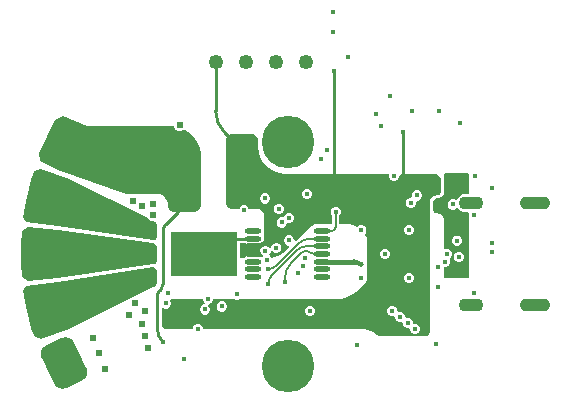
<source format=gbl>
G04*
G04 #@! TF.GenerationSoftware,Altium Limited,Altium Designer,21.5.1 (32)*
G04*
G04 Layer_Physical_Order=4*
G04 Layer_Color=16711680*
%FSLAX25Y25*%
%MOIN*%
G70*
G04*
G04 #@! TF.SameCoordinates,9F226A22-D70E-441E-867E-09538FDFB880*
G04*
G04*
G04 #@! TF.FilePolarity,Positive*
G04*
G01*
G75*
%ADD13C,0.00800*%
%ADD14C,0.01000*%
G04:AMPARAMS|DCode=21|XSize=21.26mil|YSize=22.84mil|CornerRadius=5.32mil|HoleSize=0mil|Usage=FLASHONLY|Rotation=270.000|XOffset=0mil|YOffset=0mil|HoleType=Round|Shape=RoundedRectangle|*
%AMROUNDEDRECTD21*
21,1,0.02126,0.01221,0,0,270.0*
21,1,0.01063,0.02284,0,0,270.0*
1,1,0.01063,-0.00610,-0.00532*
1,1,0.01063,-0.00610,0.00532*
1,1,0.01063,0.00610,0.00532*
1,1,0.01063,0.00610,-0.00532*
%
%ADD21ROUNDEDRECTD21*%
G04:AMPARAMS|DCode=40|XSize=157.48mil|YSize=118.11mil|CornerRadius=29.53mil|HoleSize=0mil|Usage=FLASHONLY|Rotation=244.000|XOffset=0mil|YOffset=0mil|HoleType=Round|Shape=RoundedRectangle|*
%AMROUNDEDRECTD40*
21,1,0.15748,0.05906,0,0,244.0*
21,1,0.09843,0.11811,0,0,244.0*
1,1,0.05906,-0.04811,-0.03129*
1,1,0.05906,-0.00497,0.05718*
1,1,0.05906,0.04811,0.03129*
1,1,0.05906,0.00497,-0.05718*
%
%ADD40ROUNDEDRECTD40*%
G04:AMPARAMS|DCode=41|XSize=157.48mil|YSize=118.11mil|CornerRadius=29.53mil|HoleSize=0mil|Usage=FLASHONLY|Rotation=257.000|XOffset=0mil|YOffset=0mil|HoleType=Round|Shape=RoundedRectangle|*
%AMROUNDEDRECTD41*
21,1,0.15748,0.05906,0,0,257.0*
21,1,0.09843,0.11811,0,0,257.0*
1,1,0.05906,-0.03984,-0.04131*
1,1,0.05906,-0.01770,0.05459*
1,1,0.05906,0.03984,0.04131*
1,1,0.05906,0.01770,-0.05459*
%
%ADD41ROUNDEDRECTD41*%
G04:AMPARAMS|DCode=42|XSize=157.48mil|YSize=118.11mil|CornerRadius=29.53mil|HoleSize=0mil|Usage=FLASHONLY|Rotation=270.000|XOffset=0mil|YOffset=0mil|HoleType=Round|Shape=RoundedRectangle|*
%AMROUNDEDRECTD42*
21,1,0.15748,0.05906,0,0,270.0*
21,1,0.09843,0.11811,0,0,270.0*
1,1,0.05906,-0.02953,-0.04921*
1,1,0.05906,-0.02953,0.04921*
1,1,0.05906,0.02953,0.04921*
1,1,0.05906,0.02953,-0.04921*
%
%ADD42ROUNDEDRECTD42*%
G04:AMPARAMS|DCode=43|XSize=157.48mil|YSize=118.11mil|CornerRadius=29.53mil|HoleSize=0mil|Usage=FLASHONLY|Rotation=283.000|XOffset=0mil|YOffset=0mil|HoleType=Round|Shape=RoundedRectangle|*
%AMROUNDEDRECTD43*
21,1,0.15748,0.05906,0,0,283.0*
21,1,0.09843,0.11811,0,0,283.0*
1,1,0.05906,-0.01770,-0.05459*
1,1,0.05906,-0.03984,0.04131*
1,1,0.05906,0.01770,0.05459*
1,1,0.05906,0.03984,-0.04131*
%
%ADD43ROUNDEDRECTD43*%
G04:AMPARAMS|DCode=44|XSize=157.48mil|YSize=118.11mil|CornerRadius=29.53mil|HoleSize=0mil|Usage=FLASHONLY|Rotation=296.000|XOffset=0mil|YOffset=0mil|HoleType=Round|Shape=RoundedRectangle|*
%AMROUNDEDRECTD44*
21,1,0.15748,0.05906,0,0,296.0*
21,1,0.09843,0.11811,0,0,296.0*
1,1,0.05906,-0.00497,-0.05718*
1,1,0.05906,-0.04811,0.03129*
1,1,0.05906,0.00497,0.05718*
1,1,0.05906,0.04811,-0.03129*
%
%ADD44ROUNDEDRECTD44*%
%ADD86R,0.22441X0.14567*%
G04:AMPARAMS|DCode=87|XSize=43.31mil|YSize=102.36mil|CornerRadius=21.65mil|HoleSize=0mil|Usage=FLASHONLY|Rotation=90.000|XOffset=0mil|YOffset=0mil|HoleType=Round|Shape=RoundedRectangle|*
%AMROUNDEDRECTD87*
21,1,0.04331,0.05906,0,0,90.0*
21,1,0.00000,0.10236,0,0,90.0*
1,1,0.04331,0.02953,0.00000*
1,1,0.04331,0.02953,0.00000*
1,1,0.04331,-0.02953,0.00000*
1,1,0.04331,-0.02953,0.00000*
%
%ADD87ROUNDEDRECTD87*%
G04:AMPARAMS|DCode=88|XSize=43.31mil|YSize=82.68mil|CornerRadius=21.65mil|HoleSize=0mil|Usage=FLASHONLY|Rotation=90.000|XOffset=0mil|YOffset=0mil|HoleType=Round|Shape=RoundedRectangle|*
%AMROUNDEDRECTD88*
21,1,0.04331,0.03937,0,0,90.0*
21,1,0.00000,0.08268,0,0,90.0*
1,1,0.04331,0.01968,0.00000*
1,1,0.04331,0.01968,0.00000*
1,1,0.04331,-0.01968,0.00000*
1,1,0.04331,-0.01968,0.00000*
%
%ADD88ROUNDEDRECTD88*%
%ADD89C,0.04921*%
%ADD90C,0.17500*%
%ADD91C,0.01772*%
%ADD92C,0.02400*%
%ADD93C,0.00787*%
%ADD94C,0.01200*%
%ADD95C,0.01600*%
%ADD96O,0.05512X0.01772*%
G36*
X-10867Y39696D02*
X-10305Y39133D01*
X-10026Y38461D01*
X-10000Y38000D01*
Y38000D01*
X-10000D01*
X-10000Y38000D01*
X-10000Y36500D01*
X-9952Y35520D01*
X-9569Y33597D01*
X-8819Y31786D01*
X-7730Y30156D01*
X-6344Y28770D01*
X-4714Y27681D01*
X-2903Y26930D01*
X-980Y26548D01*
X-0Y26500D01*
X33704Y26500D01*
X33814Y26335D01*
Y25665D01*
X34071Y25045D01*
X34545Y24571D01*
X35165Y24314D01*
X35835D01*
X36455Y24571D01*
X36929Y25045D01*
X37186Y25665D01*
Y26000D01*
X37618Y26500D01*
X49000Y26500D01*
X49398Y26500D01*
X50133Y26196D01*
X50696Y25633D01*
X50974Y24961D01*
X51000Y24500D01*
Y24500D01*
X51000D01*
X51000Y24500D01*
X51000Y21000D01*
X51000Y20702D01*
X50772Y20150D01*
X50350Y19728D01*
X49959Y19566D01*
X49500Y19500D01*
X49500Y19500D01*
Y19500D01*
X49500Y19500D01*
X49110Y19462D01*
X49041Y19433D01*
X48389Y19163D01*
X47837Y18611D01*
X47538Y17890D01*
X47500Y17500D01*
Y-25500D01*
Y-25898D01*
X47196Y-26633D01*
X46633Y-27196D01*
X45898Y-27500D01*
X34999D01*
X34500Y-27499D01*
X34000Y-27499D01*
X31414Y-27500D01*
X31078Y-27500D01*
X30418Y-27369D01*
X29797Y-27112D01*
X29366Y-26824D01*
X29000Y-26500D01*
X29000Y-26500D01*
X29000Y-26500D01*
X28627Y-26163D01*
X27793Y-25605D01*
X26865Y-25221D01*
X25881Y-25025D01*
X25379Y-25000D01*
X25379Y-25000D01*
X25379Y-25000D01*
X-28314Y-25000D01*
Y-24665D01*
X-28571Y-24045D01*
X-29045Y-23571D01*
X-29665Y-23314D01*
X-30335D01*
X-30955Y-23571D01*
X-31429Y-24045D01*
X-31686Y-24665D01*
Y-25000D01*
X-40500D01*
X-40799Y-25000D01*
X-41350Y-24772D01*
X-41772Y-24350D01*
X-42000Y-23798D01*
X-42000Y-23500D01*
Y-18091D01*
X-41500Y-17884D01*
X-41455Y-17929D01*
X-40835Y-18186D01*
X-40165D01*
X-39545Y-17929D01*
X-39071Y-17455D01*
X-38814Y-16835D01*
Y-16165D01*
X-39071Y-15545D01*
X-39116Y-15500D01*
X-38909Y-15000D01*
X-28186D01*
Y-15335D01*
X-27929Y-15955D01*
X-27570Y-16314D01*
X-27733Y-16814D01*
X-27835D01*
X-28455Y-17071D01*
X-28929Y-17545D01*
X-29186Y-18165D01*
Y-18835D01*
X-28929Y-19455D01*
X-28455Y-19929D01*
X-27835Y-20186D01*
X-27165D01*
X-26545Y-19929D01*
X-26071Y-19455D01*
X-25814Y-18835D01*
Y-18165D01*
X-26071Y-17545D01*
X-26430Y-17186D01*
X-26267Y-16686D01*
X-26165D01*
X-25545Y-16429D01*
X-25071Y-15955D01*
X-24814Y-15335D01*
Y-15000D01*
X-17784D01*
X-17335Y-15186D01*
X-16665D01*
X-16216Y-15000D01*
X16358D01*
X17338Y-14952D01*
X19261Y-14570D01*
X21072Y-13819D01*
X22702Y-12730D01*
X23429Y-12071D01*
X23429Y-12071D01*
X25500Y-10000D01*
X25725Y-9752D01*
X26097Y-9195D01*
X26353Y-8577D01*
X26484Y-7920D01*
X26500Y-7586D01*
X26500Y-7586D01*
X26500Y4000D01*
X26477Y4473D01*
X26292Y5402D01*
X25930Y6276D01*
X25656Y6686D01*
X25972Y7002D01*
X26229Y7622D01*
Y8292D01*
X25972Y8912D01*
X25498Y9386D01*
X24878Y9643D01*
X24208D01*
X23588Y9386D01*
X23275Y9073D01*
X22793Y9395D01*
X21865Y9780D01*
X20881Y9975D01*
X20379Y10000D01*
X20379Y10000D01*
X20379Y10000D01*
X17223Y10000D01*
Y12839D01*
X17429Y13045D01*
X17686Y13665D01*
Y14335D01*
X17429Y14955D01*
X16955Y15429D01*
X16335Y15686D01*
X15665D01*
X15045Y15429D01*
X14571Y14955D01*
X14314Y14335D01*
Y13665D01*
X14571Y13045D01*
X14776Y12839D01*
Y10000D01*
X9500Y10000D01*
X9263Y9988D01*
X8799Y9896D01*
X8362Y9715D01*
X7968Y9452D01*
X7793Y9293D01*
X7793Y9293D01*
X7793Y9293D01*
X7446Y8946D01*
X3686Y5186D01*
X3580Y5130D01*
X2686Y4395D01*
X2186Y4632D01*
Y4835D01*
X1929Y5455D01*
X1455Y5929D01*
X835Y6186D01*
X165D01*
X-455Y5929D01*
X-929Y5455D01*
X-1186Y4835D01*
Y4165D01*
X-929Y3545D01*
X-455Y3071D01*
X165Y2814D01*
X377D01*
X584Y2314D01*
X-1462Y269D01*
X-2405Y-362D01*
X-4225Y-1116D01*
X-5441Y-1358D01*
X-5571Y-1045D01*
X-6045Y-571D01*
X-6075Y-17D01*
X-5966Y92D01*
X-5709Y711D01*
Y920D01*
X-5209Y1020D01*
X-5190Y972D01*
X-4715Y498D01*
X-4096Y242D01*
X-3425D01*
X-2805Y498D01*
X-2331Y972D01*
X-2075Y1592D01*
Y2263D01*
X-2331Y2882D01*
X-2805Y3357D01*
X-3425Y3613D01*
X-4096D01*
X-4715Y3357D01*
X-5190Y2882D01*
X-5446Y2263D01*
Y2054D01*
X-5946Y1954D01*
X-5966Y2002D01*
X-6440Y2476D01*
X-7060Y2733D01*
X-7730D01*
X-8350Y2476D01*
X-8824Y2002D01*
X-9081Y1382D01*
Y711D01*
X-8824Y92D01*
X-8350Y-382D01*
X-8320Y-936D01*
X-8429Y-1045D01*
X-8805Y-1159D01*
X-9086Y-971D01*
X-9744Y-840D01*
X-13484D01*
X-14142Y-971D01*
X-14700Y-1344D01*
X-14804Y-1500D01*
X-15699D01*
X-15980Y-1384D01*
Y3793D01*
X-14535D01*
X-14142Y3530D01*
X-13484Y3399D01*
X-9744D01*
X-9086Y3530D01*
X-8529Y3903D01*
X-8156Y4460D01*
X-8151Y4487D01*
X-8019Y4805D01*
X-8000Y5000D01*
Y13000D01*
X-8038Y13390D01*
X-8337Y14111D01*
X-8889Y14663D01*
X-9610Y14962D01*
X-10000Y15000D01*
X-12882D01*
X-13071Y15455D01*
X-13545Y15929D01*
X-14165Y16186D01*
X-14835D01*
X-15455Y15929D01*
X-15929Y15455D01*
X-16118Y15000D01*
X-18898D01*
X-19633Y15304D01*
X-20196Y15867D01*
X-20500Y16602D01*
Y17000D01*
Y38000D01*
X-20500Y38398D01*
X-20196Y39133D01*
X-19633Y39696D01*
X-18898Y40000D01*
X-18500Y40000D01*
X-18500Y40000D01*
X-12000Y40000D01*
X-11602Y40000D01*
X-10867Y39696D01*
D02*
G37*
G36*
X59500Y27000D02*
X59500Y27000D01*
X59500D01*
X59956Y26894D01*
X60066Y26848D01*
X60348Y26566D01*
X60500Y26199D01*
X60500Y26000D01*
Y19999D01*
X59303D01*
X58529Y19897D01*
X57808Y19598D01*
X57188Y19123D01*
X56713Y18503D01*
X56530Y18061D01*
X55955Y17929D01*
X55335Y18186D01*
X54665D01*
X54045Y17929D01*
X53571Y17455D01*
X53314Y16835D01*
Y16165D01*
X53571Y15545D01*
X54045Y15071D01*
X54665Y14814D01*
X55335D01*
X55955Y15071D01*
X56238Y15353D01*
X56320Y15381D01*
X56819Y15343D01*
X56859Y15322D01*
X57188Y14893D01*
X57808Y14418D01*
X58529Y14119D01*
X59303Y14017D01*
X60080D01*
X60389Y13517D01*
X60314Y13335D01*
Y12665D01*
X60500Y12216D01*
X60500Y-7199D01*
X60348Y-7566D01*
X60066Y-7848D01*
X59699Y-8000D01*
X53000D01*
X52801Y-8000D01*
X52434Y-7848D01*
X52152Y-7566D01*
X52000Y-7199D01*
X52000Y-7000D01*
Y-4485D01*
X52121Y-4404D01*
X52792D01*
X53411Y-4147D01*
X53886Y-3673D01*
X54142Y-3053D01*
Y-2382D01*
X53969Y-1964D01*
X53955Y-1429D01*
X54429Y-955D01*
X54686Y-335D01*
Y335D01*
X54429Y955D01*
X53955Y1429D01*
X53335Y1686D01*
X52665D01*
X52500Y1618D01*
X52000Y1952D01*
X52000Y11500D01*
X52000D01*
X52000Y11500D01*
X52000Y11500D01*
X51962Y11890D01*
X51933Y11958D01*
X51663Y12611D01*
X51111Y13163D01*
X50464Y13431D01*
X50390Y13462D01*
X50000Y13500D01*
X49536Y13569D01*
X49150Y13728D01*
X48728Y14150D01*
X48500Y14702D01*
X48500Y16528D01*
X48500Y17000D01*
D01*
X48580Y17491D01*
X48728Y17850D01*
X49150Y18272D01*
X49702Y18500D01*
X50000D01*
Y18500D01*
X50390Y18538D01*
X51111Y18837D01*
X51663Y19389D01*
X51962Y20110D01*
X52000Y20500D01*
X52000Y26000D01*
X52000Y26000D01*
X52108Y26455D01*
X52153Y26566D01*
X52434Y26847D01*
X52801Y26999D01*
X53000Y27000D01*
X59500Y27000D01*
X59500Y27000D01*
D02*
G37*
G36*
X-67000Y42500D02*
X-39000Y42500D01*
X-38015Y42500D01*
X-37990Y42495D01*
X-37696Y41784D01*
X-37133Y41221D01*
X-36398Y40916D01*
X-35602D01*
X-34867Y41221D01*
X-34591Y41497D01*
X-34263Y41362D01*
X-32625Y40268D01*
X-31233Y38875D01*
X-30138Y37237D01*
X-29384Y35417D01*
X-29000Y33485D01*
X-29000Y32500D01*
X-29000D01*
X-29000Y32500D01*
X-29000Y16500D01*
Y16003D01*
X-29381Y15084D01*
X-30084Y14381D01*
X-31003Y14000D01*
X-31500D01*
Y14000D01*
X-37500D01*
X-37997Y14000D01*
X-38916Y14380D01*
X-39619Y15083D01*
X-40000Y16002D01*
X-40000Y16499D01*
X-40000Y16586D01*
X-40016Y16920D01*
X-40147Y17577D01*
X-40403Y18195D01*
X-40775Y18752D01*
X-41000Y19000D01*
X-41248Y19225D01*
X-41805Y19597D01*
X-42423Y19853D01*
X-42925Y19953D01*
X-42954Y19959D01*
X-42954Y19959D01*
X-43080Y19984D01*
X-43414Y20000D01*
X-43414Y20000D01*
X-43414Y20000D01*
X-43905Y20000D01*
X-54000D01*
X-76500Y28000D01*
X-82500Y31000D01*
X-83000Y33500D01*
X-77500Y44500D01*
X-75000Y46000D01*
X-67000Y42500D01*
D02*
G37*
G36*
X-72805Y25069D02*
X-46677Y11849D01*
X-46133Y11304D01*
X-45398Y11000D01*
X-44702D01*
X-44150Y10772D01*
X-43728Y10350D01*
X-43500Y9798D01*
Y9500D01*
Y6000D01*
Y5702D01*
X-43728Y5150D01*
X-44150Y4728D01*
X-44702Y4500D01*
X-45000D01*
X-76426Y9384D01*
X-87344Y10724D01*
X-88134Y12386D01*
X-84644Y27503D01*
X-82260Y28324D01*
X-72805Y25069D01*
D02*
G37*
G36*
X-76578Y8049D02*
X-45000Y3500D01*
X-44702D01*
X-44150Y3272D01*
X-43728Y2850D01*
X-43500Y2298D01*
Y2000D01*
Y-2000D01*
Y-2298D01*
X-43728Y-2850D01*
X-44150Y-3272D01*
X-44702Y-3500D01*
X-45000D01*
X-76578Y-8049D01*
X-86523Y-9094D01*
X-88661Y-7757D01*
Y7757D01*
X-86523Y9094D01*
X-76578Y8049D01*
D02*
G37*
G36*
X-44150Y-4728D02*
X-43728Y-5150D01*
X-43500Y-5702D01*
Y-6000D01*
Y-9500D01*
Y-9798D01*
X-43728Y-10350D01*
X-44150Y-10772D01*
X-44702Y-11000D01*
X-45000D01*
X-72805Y-25069D01*
X-82260Y-28324D01*
X-84644Y-27503D01*
X-88134Y-12386D01*
X-87344Y-10724D01*
X-76426Y-9384D01*
X-45000Y-4500D01*
X-44702D01*
X-44150Y-4728D01*
D02*
G37*
%LPC*%
G36*
X6835Y21686D02*
X6165D01*
X5545Y21429D01*
X5071Y20955D01*
X4814Y20335D01*
Y19665D01*
X5071Y19045D01*
X5545Y18571D01*
X6165Y18314D01*
X6835D01*
X7455Y18571D01*
X7929Y19045D01*
X8186Y19665D01*
Y20335D01*
X7929Y20955D01*
X7455Y21429D01*
X6835Y21686D01*
D02*
G37*
G36*
X-7165Y20186D02*
X-7835D01*
X-8455Y19929D01*
X-8929Y19455D01*
X-9186Y18835D01*
Y18165D01*
X-8929Y17545D01*
X-8455Y17071D01*
X-7835Y16814D01*
X-7165D01*
X-6545Y17071D01*
X-6071Y17545D01*
X-5814Y18165D01*
Y18835D01*
X-6071Y19455D01*
X-6545Y19929D01*
X-7165Y20186D01*
D02*
G37*
G36*
X43335Y21186D02*
X42665D01*
X42045Y20929D01*
X41571Y20455D01*
X41314Y19835D01*
Y19165D01*
X40971Y18686D01*
X40665D01*
X40045Y18429D01*
X39571Y17955D01*
X39314Y17335D01*
Y16665D01*
X39571Y16045D01*
X40045Y15571D01*
X40665Y15314D01*
X41335D01*
X41955Y15571D01*
X42429Y16045D01*
X42686Y16665D01*
Y17335D01*
X43029Y17814D01*
X43335D01*
X43955Y18071D01*
X44429Y18545D01*
X44686Y19165D01*
Y19835D01*
X44429Y20455D01*
X43955Y20929D01*
X43335Y21186D01*
D02*
G37*
G36*
X-2665Y16686D02*
X-3335D01*
X-3955Y16429D01*
X-4429Y15955D01*
X-4686Y15335D01*
Y14665D01*
X-4429Y14045D01*
X-3955Y13571D01*
X-3335Y13314D01*
X-2665D01*
X-2045Y13571D01*
X-1571Y14045D01*
X-1314Y14665D01*
Y15335D01*
X-1571Y15955D01*
X-2045Y16429D01*
X-2665Y16686D01*
D02*
G37*
G36*
X835Y13686D02*
X165D01*
X-455Y13429D01*
X-929Y12955D01*
X-1186Y12335D01*
X-1507Y12121D01*
X-1665Y12186D01*
X-2335D01*
X-2955Y11929D01*
X-3429Y11455D01*
X-3686Y10835D01*
Y10165D01*
X-3429Y9545D01*
X-2955Y9071D01*
X-2335Y8814D01*
X-1665D01*
X-1045Y9071D01*
X-571Y9545D01*
X-314Y10165D01*
X7Y10379D01*
X165Y10314D01*
X835D01*
X1455Y10571D01*
X1929Y11045D01*
X2186Y11665D01*
Y12335D01*
X1929Y12955D01*
X1455Y13429D01*
X835Y13686D01*
D02*
G37*
G36*
X40835Y9686D02*
X40165D01*
X39545Y9429D01*
X39071Y8955D01*
X38814Y8335D01*
Y7665D01*
X39071Y7045D01*
X39545Y6571D01*
X40165Y6314D01*
X40835D01*
X41455Y6571D01*
X41929Y7045D01*
X42186Y7665D01*
Y8335D01*
X41929Y8955D01*
X41455Y9429D01*
X40835Y9686D01*
D02*
G37*
G36*
X32835Y1686D02*
X32165D01*
X31545Y1429D01*
X31071Y955D01*
X30814Y335D01*
Y-335D01*
X31071Y-955D01*
X31545Y-1429D01*
X32165Y-1686D01*
X32835D01*
X33455Y-1429D01*
X33929Y-955D01*
X34186Y-335D01*
Y335D01*
X33929Y955D01*
X33455Y1429D01*
X32835Y1686D01*
D02*
G37*
G36*
X40835Y-6314D02*
X40165D01*
X39545Y-6571D01*
X39071Y-7045D01*
X38814Y-7665D01*
Y-8335D01*
X39071Y-8955D01*
X39545Y-9429D01*
X40165Y-9686D01*
X40835D01*
X41455Y-9429D01*
X41929Y-8955D01*
X42186Y-8335D01*
Y-7665D01*
X41929Y-7045D01*
X41455Y-6571D01*
X40835Y-6314D01*
D02*
G37*
G36*
X-21665Y-15814D02*
X-22335D01*
X-22955Y-16071D01*
X-23429Y-16545D01*
X-23686Y-17165D01*
Y-17835D01*
X-23429Y-18455D01*
X-22955Y-18929D01*
X-22335Y-19186D01*
X-21665D01*
X-21045Y-18929D01*
X-20571Y-18455D01*
X-20314Y-17835D01*
Y-17165D01*
X-20571Y-16545D01*
X-21045Y-16071D01*
X-21665Y-15814D01*
D02*
G37*
G36*
X7835Y-17314D02*
X7165D01*
X6545Y-17571D01*
X6071Y-18045D01*
X5814Y-18665D01*
Y-19335D01*
X6071Y-19955D01*
X6545Y-20429D01*
X7165Y-20686D01*
X7835D01*
X8455Y-20429D01*
X8929Y-19955D01*
X9186Y-19335D01*
Y-18665D01*
X8929Y-18045D01*
X8455Y-17571D01*
X7835Y-17314D01*
D02*
G37*
G36*
X35218Y-17355D02*
X34548D01*
X33928Y-17611D01*
X33454Y-18085D01*
X33197Y-18705D01*
Y-19376D01*
X33454Y-19995D01*
X33928Y-20470D01*
X34548Y-20726D01*
X35218D01*
X35314Y-20686D01*
X35814Y-21021D01*
Y-21335D01*
X36071Y-21955D01*
X36545Y-22429D01*
X37165Y-22686D01*
X37835D01*
X38314Y-23029D01*
Y-23335D01*
X38571Y-23955D01*
X39045Y-24429D01*
X39665Y-24686D01*
X40335D01*
X40814Y-25029D01*
Y-25335D01*
X41071Y-25955D01*
X41545Y-26429D01*
X42165Y-26686D01*
X42835D01*
X43455Y-26429D01*
X43929Y-25955D01*
X44186Y-25335D01*
Y-24665D01*
X43929Y-24045D01*
X43455Y-23571D01*
X42835Y-23314D01*
X42165D01*
X41686Y-22971D01*
Y-22665D01*
X41429Y-22045D01*
X40955Y-21571D01*
X40335Y-21314D01*
X39665D01*
X39186Y-20971D01*
Y-20665D01*
X38929Y-20045D01*
X38455Y-19571D01*
X37835Y-19314D01*
X37165D01*
X37069Y-19354D01*
X36569Y-19020D01*
Y-18705D01*
X36312Y-18085D01*
X35838Y-17611D01*
X35218Y-17355D01*
D02*
G37*
G36*
X56804Y6140D02*
X56133D01*
X55514Y5883D01*
X55040Y5409D01*
X54783Y4789D01*
Y4118D01*
X55040Y3499D01*
X55514Y3025D01*
X56133Y2768D01*
X56804D01*
X57424Y3025D01*
X57898Y3499D01*
X58155Y4118D01*
Y4789D01*
X57898Y5409D01*
X57424Y5883D01*
X56804Y6140D01*
D02*
G37*
G36*
X57335Y686D02*
X56665D01*
X56045Y429D01*
X55571Y-45D01*
X55314Y-665D01*
Y-1335D01*
X55571Y-1955D01*
X56045Y-2429D01*
X56665Y-2686D01*
X57335D01*
X57955Y-2429D01*
X58429Y-1955D01*
X58686Y-1335D01*
Y-665D01*
X58429Y-45D01*
X57955Y429D01*
X57335Y686D01*
D02*
G37*
%LPD*%
D13*
X1460Y-2540D02*
G03*
X-1000Y-8479I5939J-5939D01*
G01*
X6000Y1000D02*
G03*
X4293Y293I0J-2414D01*
G01*
X-5439Y-7439D02*
G03*
X-6500Y-10000I2561J-2561D01*
G01*
X6057Y2559D02*
G03*
X3500Y1500I0J-3616D01*
G01*
X7500Y500D02*
G03*
X8707Y0I1207J1207D01*
G01*
X7500Y500D02*
G03*
X6293Y1000I-1207J-1207D01*
G01*
X-6500Y-5000D02*
G03*
X-3939Y-3939I0J3621D01*
G01*
X3354Y3354D02*
G03*
X3353Y3353I4259J-4261D01*
G01*
X7614Y5118D02*
G03*
X3354Y3354I0J-6025D01*
G01*
X14677Y7677D02*
G03*
X16000Y9000I0J1323D01*
G01*
X-1000Y-9500D02*
Y-8479D01*
X-5439Y-7439D02*
X3500Y1500D01*
X1460Y-2540D02*
X4293Y293D01*
X6000Y1000D02*
X6293D01*
X-3939Y-3939D02*
X3353Y3353D01*
X7614Y5118D02*
X11614D01*
X6057Y2559D02*
X11614D01*
X8707Y0D02*
X11614D01*
X11614Y7677D02*
X14677D01*
X16000Y9000D02*
Y14000D01*
D14*
X32172Y22000D02*
G03*
X37000Y24000I0J6828D01*
G01*
X37793Y24793D02*
G03*
X38500Y26500I-1707J1707D01*
G01*
X16500Y24000D02*
G03*
X21328Y22000I4828J4828D01*
G01*
X15500Y26414D02*
G03*
X16500Y24000I3414J0D01*
G01*
X-42500Y-12000D02*
G03*
X-43500Y-14414I2414J-2414D01*
G01*
Y-24672D02*
G03*
X-41500Y-29500I6828J0D01*
G01*
X-42207Y-11707D02*
G03*
X-41500Y-10000I-1707J1707D01*
G01*
X-40442Y10058D02*
G03*
X-41500Y7500I2563J-2558D01*
G01*
X-36646Y13854D02*
G03*
X-36083Y15213I-1359J1359D01*
G01*
X-24000Y47642D02*
G03*
X-21071Y40571I10000J0D01*
G01*
X21328Y22000D02*
X28000D01*
X32172D01*
X37000Y24000D02*
X37793Y24793D01*
X15500Y26414D02*
Y61000D01*
X-17764Y5118D02*
X-11614D01*
X-17764Y2461D02*
Y5118D01*
X38500Y26500D02*
Y40500D01*
X-43500Y-24672D02*
Y-14414D01*
X-42500Y-12000D02*
X-42207Y-11707D01*
X-41500Y-10000D02*
Y7500D01*
X-40442Y10058D02*
X-36646Y13854D01*
X-21071Y40571D02*
X-18500Y38000D01*
X-24000Y47642D02*
Y64000D01*
D21*
X-14965Y0D02*
D03*
X-18035D02*
D03*
D40*
X-74600Y36385D02*
D03*
D41*
X-80873Y18671D02*
D03*
D42*
X-83000Y0D02*
D03*
D43*
X-80873Y-18671D02*
D03*
D44*
X-74600Y-36385D02*
D03*
D86*
X-28000Y0D02*
D03*
D87*
X82374Y17008D02*
D03*
Y-17008D02*
D03*
D88*
X61272Y17008D02*
D03*
Y-17008D02*
D03*
D89*
X-24000Y64000D02*
D03*
X-14000D02*
D03*
X-4000D02*
D03*
X6000D02*
D03*
D90*
X0Y-37402D02*
D03*
Y37402D02*
D03*
D91*
X68000Y500D02*
D03*
X52456Y-2718D02*
D03*
X50000Y-4500D02*
D03*
X5866Y-1366D02*
D03*
X5000Y-4000D02*
D03*
X-1000Y-9500D02*
D03*
X3500Y-6500D02*
D03*
X-6500Y-10000D02*
D03*
Y-5000D02*
D03*
X-7000Y-2000D02*
D03*
X37500Y-21000D02*
D03*
X34883Y-19040D02*
D03*
X40000Y-23000D02*
D03*
X42500Y-25000D02*
D03*
X53000Y0D02*
D03*
X57000Y-1000D02*
D03*
X56469Y4454D02*
D03*
X56500Y8428D02*
D03*
X68000Y3500D02*
D03*
X34000Y52500D02*
D03*
X500Y12000D02*
D03*
X-2000Y10500D02*
D03*
X-7395Y1047D02*
D03*
X28000Y22000D02*
D03*
X62000Y-13000D02*
D03*
Y13000D02*
D03*
X-3000Y15000D02*
D03*
X500Y4500D02*
D03*
X24500Y-3500D02*
D03*
X55000Y16500D02*
D03*
X57000Y-6000D02*
D03*
X57500Y43500D02*
D03*
X43000Y19500D02*
D03*
X41000Y17000D02*
D03*
X29500Y46500D02*
D03*
X31000Y42500D02*
D03*
X20000Y65500D02*
D03*
X-40000Y-13000D02*
D03*
X-41500Y-29500D02*
D03*
X3500Y-18000D02*
D03*
X-40500Y-20000D02*
D03*
X16000Y14000D02*
D03*
X49500Y21000D02*
D03*
X25000Y-20000D02*
D03*
X-10500Y-23000D02*
D03*
X-17000Y-13500D02*
D03*
X7500Y-19000D02*
D03*
X50000Y-11000D02*
D03*
X-22000Y-17500D02*
D03*
X-3760Y1928D02*
D03*
X-27500Y-18500D02*
D03*
X-26500Y-15000D02*
D03*
X-40500Y-16500D02*
D03*
X-14500Y14500D02*
D03*
X-7500Y18500D02*
D03*
X6500Y20000D02*
D03*
X41500Y47500D02*
D03*
X50500D02*
D03*
X38500Y40500D02*
D03*
X15500Y61000D02*
D03*
X24543Y7957D02*
D03*
X40500Y8000D02*
D03*
X32500Y0D02*
D03*
X40500Y-8000D02*
D03*
X24500D02*
D03*
X49500Y-30000D02*
D03*
X-34500Y-35000D02*
D03*
X-30000Y-25000D02*
D03*
X11000Y31500D02*
D03*
X13000Y34500D02*
D03*
X15000Y74000D02*
D03*
X35500Y26000D02*
D03*
X15000Y80500D02*
D03*
X68000Y22000D02*
D03*
X62500Y26000D02*
D03*
X23000Y-30500D02*
D03*
D92*
X-45000Y-6000D02*
D03*
Y2000D02*
D03*
Y-2000D02*
D03*
Y6000D02*
D03*
Y9500D02*
D03*
X55000Y25500D02*
D03*
X59000D02*
D03*
X-12000Y38000D02*
D03*
X-37500Y21500D02*
D03*
X-45000Y-9500D02*
D03*
Y13000D02*
D03*
Y16500D02*
D03*
X-53000Y-20500D02*
D03*
X-47500Y-19000D02*
D03*
X-51000Y-16500D02*
D03*
X-48500Y-23500D02*
D03*
X-47500Y-27500D02*
D03*
X-46500Y-31500D02*
D03*
X-65000Y-28000D02*
D03*
X-63000Y-33000D02*
D03*
X-61000Y-38500D02*
D03*
X-50500Y39500D02*
D03*
X-60500Y40000D02*
D03*
X-64000Y31500D02*
D03*
X-37500Y25000D02*
D03*
Y28500D02*
D03*
X-46000Y30500D02*
D03*
X-46500Y36000D02*
D03*
X-62000Y35500D02*
D03*
X-65500Y27000D02*
D03*
X-47500Y26500D02*
D03*
X-48500Y16000D02*
D03*
X-51500Y17500D02*
D03*
X-36000Y42917D02*
D03*
Y32083D02*
D03*
X-18500Y38000D02*
D03*
D93*
X-17764Y2461D02*
D03*
X-33315D02*
D03*
X-28000D02*
D03*
X-22685D02*
D03*
Y6299D02*
D03*
X-28000D02*
D03*
X-33315D02*
D03*
X-38236Y-2461D02*
D03*
Y2461D02*
D03*
X-33315Y-2461D02*
D03*
X-28000D02*
D03*
X-22685D02*
D03*
X-17764D02*
D03*
X-22685Y-6299D02*
D03*
X-28000D02*
D03*
X-33315D02*
D03*
D94*
X-76326Y32846D02*
D03*
X-72874Y39923D02*
D03*
X-74600Y36385D02*
D03*
X-79864Y34572D02*
D03*
X-76413Y41649D02*
D03*
X-78139Y38111D02*
D03*
X-72787Y31120D02*
D03*
X-69336Y38197D02*
D03*
X-71061Y34659D02*
D03*
X-81758Y14835D02*
D03*
X-79987Y22507D02*
D03*
X-80873Y18671D02*
D03*
X-85594Y15721D02*
D03*
X-83823Y23393D02*
D03*
X-84709Y19557D02*
D03*
X-77922Y13949D02*
D03*
X-76151Y21621D02*
D03*
X-77037Y17785D02*
D03*
X-83000Y-3937D02*
D03*
Y3937D02*
D03*
Y0D02*
D03*
X-86937Y-3937D02*
D03*
Y3937D02*
D03*
Y0D02*
D03*
X-79063Y-3937D02*
D03*
Y3937D02*
D03*
Y0D02*
D03*
X-79987Y-22507D02*
D03*
X-81758Y-14835D02*
D03*
X-80873Y-18671D02*
D03*
X-83823Y-23393D02*
D03*
X-85594Y-15721D02*
D03*
X-84709Y-19557D02*
D03*
X-76151Y-21621D02*
D03*
X-77922Y-13949D02*
D03*
X-77037Y-17785D02*
D03*
X-72874Y-39923D02*
D03*
X-76326Y-32846D02*
D03*
X-74600Y-36385D02*
D03*
X-76413Y-41649D02*
D03*
X-79864Y-34572D02*
D03*
X-78139Y-38111D02*
D03*
X-69336Y-38197D02*
D03*
X-72787Y-31120D02*
D03*
X-71061Y-34659D02*
D03*
D95*
X24500Y-3500D02*
G03*
X22228Y-2559I-2272J-2272D01*
G01*
X11614D02*
X22228D01*
D96*
X11614Y7677D02*
D03*
Y5118D02*
D03*
Y2559D02*
D03*
Y0D02*
D03*
Y-2559D02*
D03*
Y-5118D02*
D03*
Y-7677D02*
D03*
X-11614Y7677D02*
D03*
Y5118D02*
D03*
Y2559D02*
D03*
Y0D02*
D03*
Y-2559D02*
D03*
Y-5118D02*
D03*
Y-7677D02*
D03*
M02*

</source>
